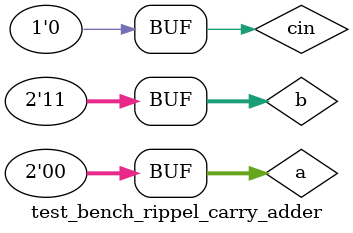
<source format=v>
module test_bench_rippel_carry_adder;
reg [1:0] a;
reg [1:0] b;
reg cin;
wire [1:0] sum;
wire c_out;
rippel_carry_adder uut(.a(a),.b(b),.cin(cin),.sum(sum),.c_out(c_out));
initial begin
     a=2'b01 ; b=2'b11 ; cin =1'b1; #100;
	  a=2'b11 ; b=2'b11 ; cin=1'b1; #100;
	  a=2'b10 ; b=2'b01 ; cin=1'b0; #100;
	  a=2'b00; b=2'b11;   cin=1'b0;#100;
	  #100;
end
	  
endmodule

</source>
